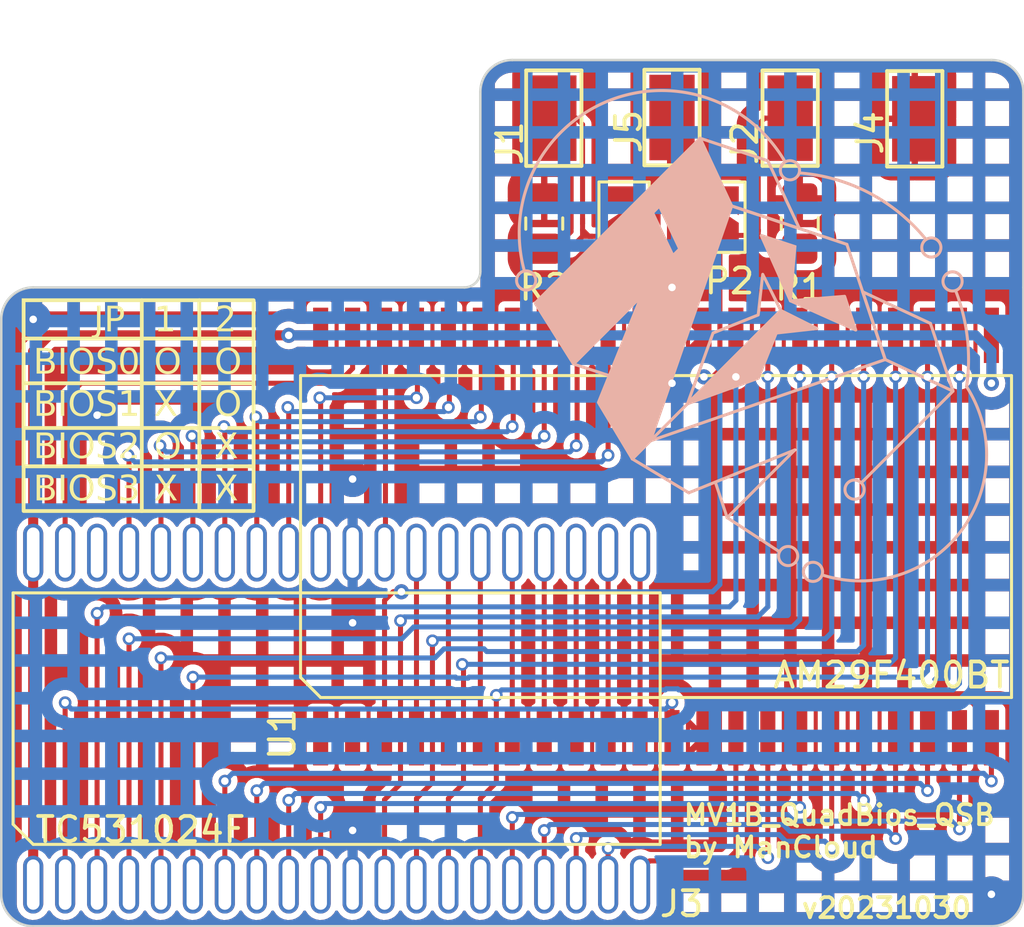
<source format=kicad_pcb>
(kicad_pcb (version 20221018) (generator pcbnew)
  (layers (0 "F.Cu" signal) (31 "B.Cu" signal) (34 "B.Paste" user) (35 "F.Paste" user) (36 "B.SilkS" user "B.Silkscreen") (37 "F.SilkS" user "F.Silkscreen") (38 "B.Mask" user) (39 "F.Mask" user) (44 "Edge.Cuts" user))
  (net 0 "")
  (net 2 "RY{slash}~{BY}")
  (net 3 "A17")
  (net 4 "A7")
  (net 5 "A6")
  (net 6 "A5")
  (net 7 "A4")
  (net 8 "A3")
  (net 9 "A2")
  (net 10 "A1")
  (net 11 "A0")
  (net 12 "~{EN}")
  (net 13 "GND")
  (net 14 "~{OE}")
  (net 15 "Q0")
  (net 16 "Q8")
  (net 17 "Q1")
  (net 18 "Q9")
  (net 19 "Q2")
  (net 20 "Q10")
  (net 21 "Q3")
  (net 22 "Q11")
  (net 23 "VCC")
  (net 24 "Q4")
  (net 25 "Q12")
  (net 26 "Q5")
  (net 27 "Q13")
  (net 28 "Q6")
  (net 29 "Q14")
  (net 30 "Q7")
  (net 31 "Q15")
  (net 32 "A16")
  (net 33 "A15")
  (net 34 "A14")
  (net 35 "A13")
  (net 36 "A12")
  (net 37 "A11")
  (net 38 "A10")
  (net 39 "A9")
  (net 40 "A8")
  (net 41 "~{WE}")
  (footprint "TestPoint:TestPoint_Keystone_5015_Micro-Minature" (layer "F.Cu") (at 114.342 81.7444 90)
    (fp_text reference "J4" (at -0.5588 -1.778 90) (layer "F.SilkS"))
    (fp_text value "Conn_01x01")
    (pad "1" smd rect (at 0 0 90) (size 3.4 1.8) (layers "F.Cu" "F.Paste" "F.Mask") (net 13 "GND"))
  )
  (footprint "Jumper:SolderJumper-2_P1.3mm_Open_TrianglePad1.0x1.5mm" (layer "F.Cu") (at 106.595 85.656 90)
    (fp_text reference "JP2" (at -2.54 0 180) (layer "F.SilkS"))
    (fp_text value "0x|~{1x}")
    (pad "1" smd custom (at -0.725 0 90) (size 0.3 0.3) (layers "F.Cu" "F.Mask") (net 3 "A17") (options (clearance outline) (anchor rect)) (primitives (gr_poly (pts (xy 1 0) (xy 0.5 0.75) (xy -0.5 0.75) (xy -0.5 -0.75) (xy 0.5 -0.75)) (width 0) (fill yes))))
    (pad "2" smd custom (at 0.725 0 90) (size 0.3 0.3) (layers "F.Cu" "F.Mask") (net 23 "VCC") (options (clearance outline) (anchor rect)) (primitives (gr_poly (pts (xy 0.5 0.75) (xy -0.65 0.75) (xy -0.15 0) (xy -0.65 -0.75) (xy 0.5 -0.75)) (width 0) (fill yes))))
  )
  (footprint "TestPoint:TestPoint_Keystone_5015_Micro-Minature" (layer "F.Cu") (at 109.389 81.719 -90)
    (fp_text reference "J2" (at 0.9906 1.8034 90) (layer "F.SilkS"))
    (fp_text value "Conn_01x01")
    (pad "1" smd rect (at 0 0 270) (size 3.4 1.8) (layers "F.Cu" "F.Paste" "F.Mask") (net 3 "A17"))
  )
  (footprint "TestPoint:TestPoint_Keystone_5015_Micro-Minature" (layer "F.Cu") (at 99.991 81.719 -90)
    (fp_text reference "J1" (at 0.9906 1.7526 90) (layer "F.SilkS"))
    (fp_text value "Conn_01x01")
    (pad "1" smd rect (at 0 0 270) (size 3.4 1.8) (layers "F.Cu" "F.Paste" "F.Mask") (net 32 "A16"))
  )
  (footprint "TestPoint:TestPoint_Keystone_5015_Micro-Minature" (layer "F.Cu") (at 104.69 81.6936 90)
    (fp_text reference "J5" (at -0.5588 -1.7272 90) (layer "F.SilkS"))
    (fp_text value "Conn_01x01")
    (pad "1" smd rect (at 0 0 90) (size 3.4 1.8) (layers "F.Cu" "F.Paste" "F.Mask") (net 23 "VCC"))
  )
  (footprint "Jumper:SolderJumper-2_P1.3mm_Open_TrianglePad1.0x1.5mm" (layer "F.Cu") (at 102.785 85.656 90)
    (fp_text reference "JP1" (at -2.54 0 180) (layer "F.SilkS"))
    (fp_text value "x0|~{x1}")
    (pad "1" smd custom (at -0.725 0 90) (size 0.3 0.3) (layers "F.Cu" "F.Mask") (net 32 "A16") (options (clearance outline) (anchor rect)) (primitives (gr_poly (pts (xy 1 0) (xy 0.5 0.75) (xy -0.5 0.75) (xy -0.5 -0.75) (xy 0.5 -0.75)) (width 0) (fill yes))))
    (pad "2" smd custom (at 0.725 0 90) (size 0.3 0.3) (layers "F.Cu" "F.Mask") (net 23 "VCC") (options (clearance outline) (anchor rect)) (primitives (gr_poly (pts (xy 0.5 0.75) (xy -0.65 0.75) (xy -0.15 0) (xy -0.65 -0.75) (xy 0.5 -0.75)) (width 0) (fill yes))))
  )
  (footprint "Eigene:TSOP-40_26.0x10.0mm_P1.27mm_JIG" (layer "F.Cu") (at 91.355 105.595)
    (fp_text reference "J3" (at 13.716 7.366 180) (layer "F.SilkS"))
    (fp_text value "TC531024F")
    (pad "1" thru_hole oval (at -12.065 6.6) (size 0.8 2.3) (drill oval 0.5 2) (layers "*.Cu" "*.Mask") (net 23 "VCC"))
    (pad "2" thru_hole oval (at -10.795 6.6) (size 0.8 2.3) (drill oval 0.5 2) (layers "*.Cu" "*.Mask") (net 12 "~{EN}"))
    (pad "3" thru_hole oval (at -9.525 6.6) (size 0.8 2.3) (drill oval 0.5 2) (layers "*.Cu" "*.Mask") (net 31 "Q15"))
    (pad "4" thru_hole oval (at -8.255 6.6) (size 0.8 2.3) (drill oval 0.5 2) (layers "*.Cu" "*.Mask") (net 29 "Q14"))
    (pad "5" thru_hole oval (at -6.985 6.6) (size 0.8 2.3) (drill oval 0.5 2) (layers "*.Cu" "*.Mask") (net 27 "Q13"))
    (pad "6" thru_hole oval (at -5.715 6.6) (size 0.8 2.3) (drill oval 0.5 2) (layers "*.Cu" "*.Mask") (net 25 "Q12"))
    (pad "7" thru_hole oval (at -4.445 6.6) (size 0.8 2.3) (drill oval 0.5 2) (layers "*.Cu" "*.Mask") (net 22 "Q11"))
    (pad "8" thru_hole oval (at -3.175 6.6) (size 0.8 2.3) (drill oval 0.5 2) (layers "*.Cu" "*.Mask") (net 20 "Q10"))
    (pad "9" thru_hole oval (at -1.905 6.6) (size 0.8 2.3) (drill oval 0.5 2) (layers "*.Cu" "*.Mask") (net 18 "Q9"))
    (pad "10" thru_hole oval (at -0.635 6.6) (size 0.8 2.3) (drill oval 0.5 2) (layers "*.Cu" "*.Mask") (net 16 "Q8"))
    (pad "11" thru_hole oval (at 0.635 6.6) (size 0.8 2.3) (drill oval 0.5 2) (layers "*.Cu" "*.Mask") (net 13 "GND"))
    (pad "12" thru_hole oval (at 1.905 6.6) (size 0.8 2.3) (drill oval 0.5 2) (layers "*.Cu" "*.Mask") (net 30 "Q7"))
    (pad "13" thru_hole oval (at 3.175 6.6) (size 0.8 2.3) (drill oval 0.5 2) (layers "*.Cu" "*.Mask") (net 28 "Q6"))
    (pad "14" thru_hole oval (at 4.445 6.6) (size 0.8 2.3) (drill oval 0.5 2) (layers "*.Cu" "*.Mask") (net 26 "Q5"))
    (pad "15" thru_hole oval (at 5.715 6.6) (size 0.8 2.3) (drill oval 0.5 2) (layers "*.Cu" "*.Mask") (net 24 "Q4"))
    (pad "16" thru_hole oval (at 6.985 6.6) (size 0.8 2.3) (drill oval 0.5 2) (layers "*.Cu" "*.Mask") (net 21 "Q3"))
    (pad "17" thru_hole oval (at 8.255 6.6) (size 0.8 2.3) (drill oval 0.5 2) (layers "*.Cu" "*.Mask") (net 19 "Q2"))
    (pad "18" thru_hole oval (at 9.525 6.6) (size 0.8 2.3) (drill oval 0.5 2) (layers "*.Cu" "*.Mask") (net 17 "Q1"))
    (pad "19" thru_hole oval (at 10.795 6.6) (size 0.8 2.3) (drill oval 0.5 2) (layers "*.Cu" "*.Mask") (net 15 "Q0"))
    (pad "20" thru_hole oval (at 12.065 6.6) (size 0.8 2.3) (drill oval 0.5 2) (layers "*.Cu" "*.Mask") (net 14 "~{OE}"))
    (pad "21" thru_hole oval (at 12.065 -6.6) (size 0.8 2.3) (drill oval 0.5 2) (layers "*.Cu" "*.Mask") (net 11 "A0"))
    (pad "22" thru_hole oval (at 10.795 -6.6) (size 0.8 2.3) (drill oval 0.5 2) (layers "*.Cu" "*.Mask") (net 10 "A1"))
    (pad "23" thru_hole oval (at 9.525 -6.6) (size 0.8 2.3) (drill oval 0.5 2) (layers "*.Cu" "*.Mask") (net 9 "A2"))
    (pad "24" thru_hole oval (at 8.255 -6.6) (size 0.8 2.3) (drill oval 0.5 2) (layers "*.Cu" "*.Mask") (net 8 "A3"))
    (pad "25" thru_hole oval (at 6.985 -6.6) (size 0.8 2.3) (drill oval 0.5 2) (layers "*.Cu" "*.Mask") (net 7 "A4"))
    (pad "26" thru_hole oval (at 5.715 -6.6) (size 0.8 2.3) (drill oval 0.5 2) (layers "*.Cu" "*.Mask") (net 6 "A5"))
    (pad "27" thru_hole oval (at 4.445 -6.6) (size 0.8 2.3) (drill oval 0.5 2) (layers "*.Cu" "*.Mask") (net 5 "A6"))
    (pad "28" thru_hole oval (at 3.175 -6.6) (size 0.8 2.3) (drill oval 0.5 2) (layers "*.Cu" "*.Mask") (net 4 "A7"))
    (pad "29" thru_hole oval (at 1.905 -6.6) (size 0.8 2.3) (drill oval 0.5 2) (layers "*.Cu" "*.Mask") (net 40 "A8"))
    (pad "30" thru_hole oval (at 0.635 -6.6) (size 0.8 2.3) (drill oval 0.5 2) (layers "*.Cu" "*.Mask") (net 13 "GND"))
    (pad "31" thru_hole oval (at -0.635 -6.6) (size 0.8 2.3) (drill oval 0.5 2) (layers "*.Cu" "*.Mask") (net 39 "A9"))
    (pad "32" thru_hole oval (at -1.905 -6.6) (size 0.8 2.3) (drill oval 0.5 2) (layers "*.Cu" "*.Mask") (net 38 "A10"))
    (pad "33" thru_hole oval (at -3.175 -6.6) (size 0.8 2.3) (drill oval 0.5 2) (layers "*.Cu" "*.Mask") (net 37 "A11"))
    (pad "34" thru_hole oval (at -4.445 -6.6) (size 0.8 2.3) (drill oval 0.5 2) (layers "*.Cu" "*.Mask") (net 36 "A12"))
    (pad "35" thru_hole oval (at -5.715 -6.6) (size 0.8 2.3) (drill oval 0.5 2) (layers "*.Cu" "*.Mask") (net 35 "A13"))
    (pad "36" thru_hole oval (at -6.985 -6.6) (size 0.8 2.3) (drill oval 0.5 2) (layers "*.Cu" "*.Mask") (net 34 "A14"))
    (pad "37" thru_hole oval (at -8.255 -6.6) (size 0.8 2.3) (drill oval 0.5 2) (layers "*.Cu" "*.Mask") (net 33 "A15"))
    (pad "38" thru_hole oval (at -9.525 -6.6) (size 0.8 2.3) (drill oval 0.5 2) (layers "*.Cu" "*.Mask"))
    (pad "39" thru_hole oval (at -10.795 -6.6) (size 0.8 2.3) (drill oval 0.5 2) (layers "*.Cu" "*.Mask") (net 41 "~{WE}"))
    (pad "40" thru_hole oval (at -12.065 -6.6) (size 0.8 2.3) (drill oval 0.5 2) (layers "*.Cu" "*.Mask") (net 23 "VCC"))
  )
  (footprint "Resistor_SMD:R_0805_2012Metric_Pad1.20x1.40mm_HandSolder" (layer "F.Cu") (at 99.61 85.91 90)
    (fp_text reference "R2" (at -2.54 0 180) (layer "F.SilkS"))
    (fp_text value "10k")
    (pad "1" smd roundrect (at -1 0 90) (size 1.2 1.4) (layers "F.Cu" "F.Paste" "F.Mask") (roundrect_rratio 0.2083333333) (net 32 "A16"))
    (pad "2" smd roundrect (at 1 0 90) (size 1.2 1.4) (layers "F.Cu" "F.Paste" "F.Mask") (roundrect_rratio 0.2083333333) (net 13 "GND"))
  )
  (footprint "Resistor_SMD:R_0805_2012Metric_Pad1.20x1.40mm_HandSolder" (layer "F.Cu") (at 109.77 85.91 90)
    (fp_text reference "R1" (at -2.54 0 180) (layer "F.SilkS"))
    (fp_text value "10k")
    (pad "1" smd roundrect (at -1 0 90) (size 1.2 1.4) (layers "F.Cu" "F.Paste" "F.Mask") (roundrect_rratio 0.2083333333) (net 3 "A17"))
    (pad "2" smd roundrect (at 1 0 90) (size 1.2 1.4) (layers "F.Cu" "F.Paste" "F.Mask") (roundrect_rratio 0.2083333333) (net 13 "GND"))
  )
  (footprint "Eigene:SO-44_P1.27" (layer "F.Cu") (at 104.018 98.276)
    (fp_text reference "U1" (at -14.822 7.954 90 unlocked) (layer "F.SilkS"))
    (fp_text value "AM29F400BT")
    (pad "1" smd rect (at -13.298 8.079) (size 0.6 2.2) (layers "F.Cu" "F.Paste" "F.Mask"))
    (pad "2" smd rect (at -12.028 8.079) (size 0.6 2.2) (layers "F.Cu" "F.Paste" "F.Mask") (net 2 "RY{slash}~{BY}"))
    (pad "3" smd rect (at -10.758 8.079) (size 0.6 2.2) (layers "F.Cu" "F.Paste" "F.Mask") (net 3 "A17"))
    (pad "4" smd rect (at -9.488 8.079) (size 0.6 2.2) (layers "F.Cu" "F.Paste" "F.Mask") (net 4 "A7"))
    (pad "5" smd rect (at -8.218 8.079) (size 0.6 2.2) (layers "F.Cu" "F.Paste" "F.Mask") (net 5 "A6"))
    (pad "6" smd rect (at -6.948 8.079) (size 0.6 2.2) (layers "F.Cu" "F.Paste" "F.Mask") (net 6 "A5"))
    (pad "7" smd rect (at -5.678 8.079) (size 0.6 2.2) (layers "F.Cu" "F.Paste" "F.Mask") (net 7 "A4"))
    (pad "8" smd rect (at -4.408 8.079) (size 0.6 2.2) (layers "F.Cu" "F.Paste" "F.Mask") (net 8 "A3"))
    (pad "9" smd rect (at -3.138 8.079) (size 0.6 2.2) (layers "F.Cu" "F.Paste" "F.Mask") (net 9 "A2"))
    (pad "10" smd rect (at -1.868 8.079) (size 0.6 2.2) (layers "F.Cu" "F.Paste" "F.Mask") (net 10 "A1"))
    (pad "11" smd rect (at -0.598 8.079) (size 0.6 2.2) (layers "F.Cu" "F.Paste" "F.Mask") (net 11 "A0"))
    (pad "12" smd rect (at 0.672 8.079) (size 0.6 2.2) (layers "F.Cu" "F.Paste" "F.Mask") (net 12 "~{EN}"))
    (pad "13" smd rect (at 1.942 8.079) (size 0.6 2.2) (layers "F.Cu" "F.Paste" "F.Mask") (net 13 "GND"))
    (pad "14" smd rect (at 3.212 8.079) (size 0.6 2.2) (layers "F.Cu" "F.Paste" "F.Mask") (net 14 "~{OE}"))
    (pad "15" smd rect (at 4.482 8.079) (size 0.6 2.2) (layers "F.Cu" "F.Paste" "F.Mask") (net 15 "Q0"))
    (pad "16" smd rect (at 5.752 8.079) (size 0.6 2.2) (layers "F.Cu" "F.Paste" "F.Mask") (net 16 "Q8"))
    (pad "17" smd rect (at 7.022 8.079) (size 0.6 2.2) (layers "F.Cu" "F.Paste" "F.Mask") (net 17 "Q1"))
    (pad "18" smd rect (at 8.292 8.079) (size 0.6 2.2) (layers "F.Cu" "F.Paste" "F.Mask") (net 18 "Q9"))
    (pad "19" smd rect (at 9.562 8.079) (size 0.6 2.2) (layers "F.Cu" "F.Paste" "F.Mask") (net 19 "Q2"))
    (pad "20" smd rect (at 10.832 8.079) (size 0.6 2.2) (layers "F.Cu" "F.Paste" "F.Mask") (net 20 "Q10"))
    (pad "21" smd rect (at 12.102 8.079) (size 0.6 2.2) (layers "F.Cu" "F.Paste" "F.Mask") (net 21 "Q3"))
    (pad "22" smd rect (at 13.372 8.079) (size 0.6 2.2) (layers "F.Cu" "F.Paste" "F.Mask") (net 22 "Q11"))
    (pad "23" smd rect (at 13.372 -7.921) (size 0.6 2.2) (layers "F.Cu" "F.Paste" "F.Mask") (net 23 "VCC"))
    (pad "24" smd rect (at 12.102 -7.921) (size 0.6 2.2) (layers "F.Cu" "F.Paste" "F.Mask") (net 24 "Q4"))
    (pad "25" smd rect (at 10.832 -7.921) (size 0.6 2.2) (layers "F.Cu" "F.Paste" "F.Mask") (net 25 "Q12"))
    (pad "26" smd rect (at 9.562 -7.921) (size 0.6 2.2) (layers "F.Cu" "F.Paste" "F.Mask") (net 26 "Q5"))
    (pad "27" smd rect (at 8.292 -7.921) (size 0.6 2.2) (layers "F.Cu" "F.Paste" "F.Mask") (net 27 "Q13"))
    (pad "28" smd rect (at 7.022 -7.921) (size 0.6 2.2) (layers "F.Cu" "F.Paste" "F.Mask") (net 28 "Q6"))
    (pad "29" smd rect (at 5.752 -7.921) (size 0.6 2.2) (layers "F.Cu" "F.Paste" "F.Mask") (net 29 "Q14"))
    (pad "30" smd rect (at 4.482 -7.921) (size 0.6 2.2) (layers "F.Cu" "F.Paste" "F.Mask") (net 30 "Q7"))
    (pad "31" smd rect (at 3.212 -7.921) (size 0.6 2.2) (layers "F.Cu" "F.Paste" "F.Mask") (net 31 "Q15"))
    (pad "32" smd rect (at 1.942 -7.921) (size 0.6 2.2) (layers "F.Cu" "F.Paste" "F.Mask") (net 13 "GND"))
    (pad "33" smd rect (at 0.672 -7.921) (size 0.6 2.2) (layers "F.Cu" "F.Paste" "F.Mask") (net 23 "VCC"))
    (pad "34" smd rect (at -0.598 -7.921) (size 0.6 2.2) (layers "F.Cu" "F.Paste" "F.Mask") (net 32 "A16"))
    (pad "35" smd rect (at -1.868 -7.921) (size 0.6 2.2) (layers "F.Cu" "F.Paste" "F.Mask") (net 33 "A15"))
    (pad "36" smd rect (at -3.138 -7.921) (size 0.6 2.2) (layers "F.Cu" "F.Paste" "F.Mask") (net 34 "A14"))
    (pad "37" smd rect (at -4.408 -7.921) (size 0.6 2.2) (layers "F.Cu" "F.Paste" "F.Mask") (net 35 "A13"))
    (pad "38" smd rect (at -5.678 -7.921) (size 0.6 2.2) (layers "F.Cu" "F.Paste" "F.Mask") (net 36 "A12"))
    (pad "39" smd rect (at -6.948 -7.921) (size 0.6 2.2) (layers "F.Cu" "F.Paste" "F.Mask") (net 37 "A11"))
    (pad "40" smd rect (at -8.218 -7.921) (size 0.6 2.2) (layers "F.Cu" "F.Paste" "F.Mask") (net 38 "A10"))
    (pad "41" smd rect (at -9.488 -7.921) (size 0.6 2.2) (layers "F.Cu" "F.Paste" "F.Mask") (net 39 "A9"))
    (pad "42" smd rect (at -10.758 -7.921) (size 0.6 2.2) (layers "F.Cu" "F.Paste" "F.Mask") (net 40 "A8"))
    (pad "43" smd rect (at -12.028 -7.921) (size 0.6 2.2) (layers "F.Cu" "F.Paste" "F.Mask") (net 41 "~{WE}"))
    (pad "44" smd rect (at -13.298 -7.921) (size 0.6 2.2) (layers "F.Cu" "F.Paste" "F.Mask") (net 23 "VCC"))
  )
  (footprint "Eigene:ManCloud_v2b_22mm" (layer "B.Cu") (at 108.5 89.880265 135)
    (fp_text reference "U2" hide)
    (fp_text value "by ManCloud" hide)
  )
  (gr_line (start 85.894 88.958) (end 85.894 97.34) (stroke (width 0.15)) (layer "F.SilkS"))
  (gr_line (start 78.909 90.482) (end 88.053 90.482) (stroke (width 0.15)) (layer "F.SilkS"))
  (gr_rect (start 78.909 88.958) (end 88.053 97.34) (stroke (width 0.15)) (fill none) (layer "F.SilkS"))
  (gr_line (start 78.909 92.26) (end 88.053 92.26) (stroke (width 0.15)) (layer "F.SilkS"))
  (gr_line (start 78.909 95.562) (end 88.053 95.562) (stroke (width 0.15)) (layer "F.SilkS"))
  (gr_line (start 78.909 94.038) (end 88.053 94.038) (stroke (width 0.15)) (layer "F.SilkS"))
  (gr_line (start 83.608 88.958) (end 83.608 97.34) (stroke (width 0.15)) (layer "F.SilkS"))
  (gr_line (start 96.435 88.45) (end 79.29 88.45) (stroke (width 0.1)) (layer "Edge.Cuts"))
  (gr_line (start 79.29 113.85) (end 117.39 113.85) (stroke (width 0.1)) (layer "Edge.Cuts"))
  (gr_arc (start 97.07 80.6776) (mid 97.441974 79.779574) (end 98.34 79.4076) (stroke (width 0.1)) (layer "Edge.Cuts"))
  (gr_line (start 97.07 80.6776) (end 97.07 87.815) (stroke (width 0.1)) (layer "Edge.Cuts"))
  (gr_arc (start 79.29 113.85) (mid 78.391974 113.478026) (end 78.02 112.58) (stroke (width 0.1)) (layer "Edge.Cuts"))
  (gr_arc (start 118.66 112.58) (mid 118.288026 113.478026) (end 117.39 113.85) (stroke (width 0.1)) (layer "Edge.Cuts"))
  (gr_line (start 118.66 88.45) (end 118.66 88.45) (stroke (width 0.1)) (layer "Edge.Cuts"))
  (gr_arc (start 117.39 79.4076) (mid 118.288026 79.779574) (end 118.66 80.6776) (stroke (width 0.1)) (layer "Edge.Cuts"))
  (gr_line (start 78.02 112.58) (end 78.02 89.72) (stroke (width 0.1)) (layer "Edge.Cuts"))
  (gr_arc (start 97.07 87.815) (mid 96.884013 88.264013) (end 96.435 88.45) (stroke (width 0.1)) (layer "Edge.Cuts"))
  (gr_line (start 118.66 80.6776) (end 118.66 112.58) (stroke (width 0.1)) (layer "Edge.Cuts"))
  (gr_line (start 117.39 79.4076) (end 98.34 79.4076) (stroke (width 0.1)) (layer "Edge.Cuts"))
  (gr_arc (start 78.02 89.72) (mid 78.391974 88.821974) (end 79.29 88.45) (stroke (width 0.1)) (layer "Edge.Cuts"))
  (gr_text "AM29F400BT" (at 108.627 104.452) (layer "F.SilkS") (effects (font (size 1 1)) (justify left bottom)))
  (gr_text "v20231030" (at 109.77 113.596) (layer "F.SilkS") (effects (font (size 0.8 0.8)) (justify left bottom)))
  (gr_text "	JP	1	2\nBIOS0 	O	O\nBIOS1	X	O\nBIOS2	O	X\nBIOS3	X	X" (at 79.29 97.086) (layer "F.SilkS") (effects (font (size 1 1)) (justify left bottom)))
  (gr_text "MV1B_QuadBios_QSB\nby ManCloud" (at 105.071 111.183) (layer "F.SilkS") (effects (font (size 0.8 0.8)) (justify left bottom)))
  (gr_text "TC531024F" (at 79.29 110.595) (layer "F.SilkS") (effects (font (size 1 1)) (justify left bottom)))
  (segment (start 106.309 92.006) (end 106.595 91.72) (width 0.2) (layer "F.Cu") (net 3))
  (segment (start 107.955 86.381) (end 108.119 86.217) (width 0.2) (layer "F.Cu") (net 3))
  (segment (start 108.484 86.91) (end 108.119 86.545) (width 0.2) (layer "F.Cu") (net 3))
  (segment (start 110.135 86.91) (end 109.77 86.91) (width 0.2) (layer "F.Cu") (net 3))
  (segment (start 93.26 100.896) (end 93.26 106.355) (width 0.2) (layer "F.Cu") (net 3))
  (segment (start 108.119 86.164) (end 108.119 86.545) (width 0.2) (layer "F.Cu") (net 3))
  (segment (start 105.96 92.006) (end 106.309 92.006) (width 0.2) (layer "F.Cu") (net 3))
  (segment (start 108.119 86.545) (end 107.955 86.381) (width 0.2) (layer "F.Cu") (net 3))
  (segment (start 108.119 81.973) (end 108.373 81.719) (width 0.2) (layer "F.Cu") (net 3))
  (segment (start 109.77 86.91) (end 108.484 86.91) (width 0.2) (layer "F.Cu") (net 3))
  (segment (start 107.955 86.381) (end 106.595 86.381) (width 0.2) (layer "F.Cu") (net 3))
  (segment (start 93.9305 100.5505) (end 93.6055 100.5505) (width 0.2) (layer "F.Cu") (net 3))
  (segment (start 93.6055 100.5505) (end 93.26 100.896) (width 0.2) (layer "F.Cu") (net 3))
  (segment (start 108.373 81.719) (end 109.389 81.719) (width 0.2) (layer "F.Cu") (net 3))
  (segment (start 108.119 86.217) (end 108.119 86.164) (width 0.2) (layer "F.Cu") (net 3))
  (segment (start 108.119 86.164) (end 108.119 81.973) (width 0.2) (layer "F.Cu") (net 3))
  (segment (start 106.595 91.72) (end 106.595 86.381) (width 0.2) (layer "F.Cu") (net 3))
  (via (at 105.96 92.006) (size 0.6) (drill 0.3) (layers "F.Cu" "B.Cu") (net 3))
  (via (at 93.9305 100.5505) (size 0.6) (drill 0.3) (layers "F.Cu" "B.Cu") (net 3))
  (segment (start 106.595 92.387) (end 106.595 100.261) (width 0.2) (layer "B.Cu") (net 3))
  (segment (start 105.96 92.006) (end 106.214 92.006) (width 0.2) (layer "B.Cu") (net 3))
  (segment (start 106.595 100.261) (end 106.3055 100.5505) (width 0.2) (layer "B.Cu") (net 3))
  (segment (start 106.3055 100.5505) (end 93.9305 100.5505) (width 0.2) (layer "B.Cu") (net 3))
  (segment (start 106.214 92.006) (end 106.595 92.387) (width 0.2) (layer "B.Cu") (net 3))
  (segment (start 94.53 99.6) (end 94.53 106.355) (width 0.2) (layer "F.Cu") (net 4))
  (segment (start 95.8 99.6) (end 95.8 106.355) (width 0.2) (layer "F.Cu") (net 5))
  (segment (start 97.07 99.6) (end 97.07 106.355) (width 0.2) (layer "F.Cu") (net 6))
  (segment (start 98.34 99.6) (end 98.34 106.355) (width 0.2) (layer "F.Cu") (net 7))
  (segment (start 99.61 99.6) (end 99.61 106.355) (width 0.2) (layer "F.Cu") (net 8))
  (segment (start 100.88 99.6) (end 100.88 106.355) (width 0.2) (layer "F.Cu") (net 9))
  (segment (start 102.15 99.6) (end 102.15 106.355) (width 0.2) (layer "F.Cu") (net 10))
  (segment (start 103.42 99.6) (end 103.42 106.355) (width 0.2) (layer "F.Cu") (net 11))
  (segment (start 104.69 106.355) (end 104.69 104.96) (width 0.2) (layer "F.Cu") (net 12))
  (segment (start 80.56 104.96) (end 80.56 112.575) (width 0.2) (layer "F.Cu") (net 12))
  (via (at 80.56 104.96) (size 0.5) (drill 0.3) (layers "F.Cu" "B.Cu") (net 12))
  (via (at 104.69 104.96) (size 0.5) (drill 0.3) (layers "F.Cu" "B.Cu") (net 12))
  (segment (start 80.814 105.214) (end 80.56 104.96) (width 0.2) (layer "B.Cu") (net 12))
  (segment (start 104.69 104.96) (end 104.436 105.214) (width 0.2) (layer "B.Cu") (net 12))
  (segment (start 104.436 105.214) (end 80.814 105.214) (width 0.2) (layer "B.Cu") (net 12))
  (segment (start 91.99 98.995) (end 91.99 100.515) (width 0.4) (layer "F.Cu") (net 13))
  (segment (start 91.99 98.995) (end 91.99 97.34) (width 0.4) (layer "F.Cu") (net 13))
  (segment (start 91.99 112.195) (end 91.99 110.675) (width 0.4) (layer "F.Cu") (net 13))
  (via (at 91.99 96.07) (size 0.6) (drill 0.3) (layers "F.Cu" "B.Cu") (net 13))
  (via (at 91.99 110.04) (size 0.6) (drill 0.3) (layers "F.Cu" "B.Cu") (net 13))
  (via (at 81.83 93.53) (size 0.6) (drill 0.3) (layers "F.Cu" "B.Cu") (net 13))
  (via (at 117.39 112.58) (size 0.6) (drill 0.3) (layers "F.Cu" "B.Cu") (net 13))
  (via (at 91.99 101.785) (size 0.6) (drill 0.3) (layers "F.Cu" "B.Cu") (net 13))
  (via (at 104.69 92.26) (size 0.6) (drill 0.3) (layers "F.Cu" "B.Cu") (net 13))
  (via (at 79.29 89.72) (size 0.6) (drill 0.3) (layers "F.Cu" "B.Cu") (net 13))
  (segment (start 91.99 98.995) (end 91.99 100.515) (width 0.4) (layer "B.Cu") (net 13))
  (segment (start 91.99 98.995) (end 91.99 97.34) (width 0.4) (layer "B.Cu") (net 13))
  (segment (start 91.99 112.195) (end 91.99 110.675) (width 0.4) (layer "B.Cu") (net 13))
  (segment (start 107.23 106.355) (end 107.23 110.871) (width 0.2) (layer "F.Cu") (net 14))
  (segment (start 103.42 111.633) (end 103.42 112.575) (width 0.2) (layer "F.Cu") (net 14))
  (segment (start 106.849 111.252) (end 103.801 111.252) (width 0.2) (layer "F.Cu") (net 14))
  (segment (start 103.801 111.252) (end 103.42 111.633) (width 0.2) (layer "F.Cu") (net 14))
  (segment (start 107.23 110.871) (end 106.849 111.252) (width 0.2) (layer "F.Cu") (net 14))
  (segment (start 108.5 111.125) (end 108.5 106.355) (width 0.2) (layer "F.Cu") (net 15))
  (segment (start 102.15 112.575) (end 102.15 110.7545) (width 0.2) (layer "F.Cu") (net 15))
  (via (at 102.15 110.7545) (size 0.5) (drill 0.3) (layers "F.Cu" "B.Cu") (net 15))
  (via (at 108.5 111.125) (size 0.5) (drill 0.3) (layers "F.Cu" "B.Cu") (net 15))
  (segment (start 108.05 110.675) (end 108.5 111.125) (width 0.2) (layer "B.Cu") (net 15))
  (segment (start 102.2295 110.675) (end 108.05 110.675) (width 0.2) (layer "B.Cu") (net 15))
  (segment (start 102.15 110.7545) (end 102.2295 110.675) (width 0.2) (layer "B.Cu") (net 15))
  (segment (start 109.77 109.1215) (end 109.77 106.355) (width 0.2) (layer "F.Cu") (net 16))
  (segment (start 90.72 112.575) (end 90.72 109.121) (width 0.2) (layer "F.Cu") (net 16))
  (via (at 109.77 109.1215) (size 0.5) (drill 0.3) (layers "F.Cu" "B.Cu") (net 16))
  (via (at 90.72 109.121) (size 0.5) (drill 0.3) (layers "F.Cu" "B.Cu") (net 16))
  (segment (start 90.72 109.121) (end 90.8695 108.9715) (width 0.2) (layer "B.Cu") (net 16))
  (segment (start 109.62 108.9715) (end 109.77 109.1215) (width 0.2) (layer "B.Cu") (net 16))
  (segment (start 90.8695 108.9715) (end 109.62 108.9715) (width 0.2) (layer "B.Cu") (net 16))
  (segment (start 100.88 112.575) (end 100.88 110.3545) (width 0.2) (layer "F.Cu") (net 17))
  (segment (start 111.04 110.744) (end 111.04 106.355) (width 0.2) (layer "F.Cu") (net 17))
  (via (at 111.04 110.744) (size 0.5) (drill 0.3) (layers "F.Cu" "B.Cu") (net 17))
  (via (at 100.88 110.3545) (size 0.5) (drill 0.3) (layers "F.Cu" "B.Cu") (net 17))
  (segment (start 100.88 110.3545) (end 101.0295 110.205) (width 0.2) (layer "B.Cu") (net 17))
  (segment (start 101.0295 110.205) (end 108.944311 110.205) (width 0.2) (layer "B.Cu") (net 17))
  (segment (start 110.7675 110.4715) (end 111.04 110.744) (width 0.2) (layer "B.Cu") (net 17))
  (segment (start 109.210812 110.4715) (end 110.7675 110.4715) (width 0.2) (layer "B.Cu") (net 17))
  (segment (start 108.944311 110.205) (end 109.210812 110.4715) (width 0.2) (layer "B.Cu") (net 17))
  (segment (start 112.31 108.839) (end 112.31 106.355) (width 0.2) (layer "F.Cu") (net 18))
  (segment (start 89.45 112.575) (end 89.45 108.839) (width 0.2) (layer "F.Cu") (net 18))
  (via (at 89.45 108.839) (size 0.5) (drill 0.3) (layers "F.Cu" "B.Cu") (net 18))
  (via (at 112.31 108.839) (size 0.5) (drill 0.3) (layers "F.Cu" "B.Cu") (net 18))
  (segment (start 112.0425 108.5715) (end 112.31 108.839) (width 0.2) (layer "B.Cu") (net 18))
  (segment (start 89.7175 108.5715) (end 112.0425 108.5715) (width 0.2) (layer "B.Cu") (net 18))
  (segment (start 89.45 108.839) (end 89.7175 108.5715) (width 0.2) (layer "B.Cu") (net 18))
  (segment (start 113.58 110.363) (end 113.58 106.355) (width 0.2) (layer "F.Cu") (net 19))
  (segment (start 99.61 112.575) (end 99.61 110.04) (width 0.2) (layer "F.Cu") (net 19))
  (via (at 99.61 110.04) (size 0.5) (drill 0.3) (layers "F.Cu" "B.Cu") (net 19))
  (via (at 113.58 110.363) (size 0.5) (drill 0.3) (layers "F.Cu" "B.Cu") (net 19))
  (segment (start 99.61 110.04) (end 99.845 109.805) (width 0.2) (layer "B.Cu") (net 19))
  (segment (start 109.109996 109.805) (end 109.376497 110.0715) (width 0.2) (layer "B.Cu") (net 19))
  (segment (start 99.845 109.805) (end 109.109996 109.805) (width 0.2) (layer "B.Cu") (net 19))
  (segment (start 113.2885 110.0715) (end 113.58 110.363) (width 0.2) (layer "B.Cu") (net 19))
  (segment (start 109.376497 110.0715) (end 113.2885 110.0715) (width 0.2) (layer "B.Cu") (net 19))
  (segment (start 88.18 112.575) (end 88.18 108.458) (width 0.2) (layer "F.Cu") (net 20))
  (segment (start 114.85 108.458) (end 114.85 106.355) (width 0.2) (layer "F.Cu") (net 20))
  (via (at 114.85 108.458) (size 0.5) (drill 0.3) (layers "F.Cu" "B.Cu") (net 20))
  (via (at 88.18 108.458) (size 0.5) (drill 0.3) (layers "F.Cu" "B.Cu") (net 20))
  (segment (start 88.18 108.458) (end 88.4665 108.1715) (width 0.2) (layer "B.Cu") (net 20))
  (segment (start 88.4665 108.1715) (end 114.5635 108.1715) (width 0.2) (layer "B.Cu") (net 20))
  (segment (start 114.5635 108.1715) (end 114.85 108.458) (width 0.2) (layer "B.Cu") (net 20))
  (segment (start 98.34 112.575) (end 98.34 109.521) (width 0.2) (layer "F.Cu") (net 21))
  (segment (start 116.12 109.982) (end 116.12 106.355) (width 0.2) (layer "F.Cu") (net 21))
  (via (at 98.34 109.521) (size 0.5) (drill 0.3) (layers "F.Cu" "B.Cu") (net 21))
  (via (at 116.12 109.982) (size 0.5) (drill 0.3) (layers "F.Cu" "B.Cu") (net 21))
  (segment (start 98.456 109.405) (end 109.275682 109.405) (width 0.2) (layer "B.Cu") (net 21))
  (segment (start 109.275682 109.405) (end 109.542182 109.6715) (width 0.2) (layer "B.Cu") (net 21))
  (segment (start 98.34 109.521) (end 98.456 109.405) (width 0.2) (layer "B.Cu") (net 21))
  (segment (start 109.542182 109.6715) (end 115.8095 109.6715) (width 0.2) (layer "B.Cu") (net 21))
  (segment (start 115.8095 109.6715) (end 116.12 109.982) (width 0.2) (layer "B.Cu") (net 21))
  (segment (start 117.39 106.355) (end 117.39 108.077) (width 0.2) (layer "F.Cu") (net 22))
  (segment (start 86.91 108.077) (end 86.91 112.575) (width 0.2) (layer "F.Cu") (net 22))
  (via (at 86.91 108.077) (size 0.5) (drill 0.3) (layers "F.Cu" "B.Cu") (net 22))
  (via (at 117.39 108.077) (size 0.5) (drill 0.3) (layers "F.Cu" "B.Cu") (net 22))
  (segment (start 117.0845 107.7715) (end 87.2155 107.7715) (width 0.2) (layer "B.Cu") (net 22))
  (segment (start 87.2155 107.7715) (end 86.91 108.077) (width 0.2) (layer "B.Cu") (net 22))
  (segment (start 117.39 108.077) (end 117.0845 107.7715) (width 0.2) (layer "B.Cu") (net 22))
  (segment (start 79.925 90.355) (end 89.45 90.355) (width 0.4) (layer "F.Cu") (net 23))
  (segment (start 117.39 90.355) (end 117.39 92.26) (width 0.4) (layer "F.Cu") (net 23))
  (segment (start 79.29 90.99) (end 79.925 90.355) (width 0.4) (layer "F.Cu") (net 23))
  (segment (start 79.29 99.6) (end 79.29 90.99) (width 0.4) (layer "F.Cu") (net 23))
  (segment (start 102.785 84.931) (end 102.822 84.894) (width 0.4) (layer "F.Cu") (net 23))
  (segment (start 90.72 90.355) (end 89.45 90.355) (width 0.4) (layer "F.Cu") (net 23))
  (segment (start 79.29 98.995) (end 79.29 112.195) (width 0.4) (layer "F.Cu") (net 23))
  (segment (start 104.69 84.894) (end 104.69 81.6936) (width 0.4) (layer "F.Cu") (net 23))
  (segment (start 104.69 88.45) (end 104.69 90.355) (width 0.4) (layer "F.Cu") (net 23))
  (segment (start 104.69 84.894) (end 104.69 88.45) (width 0.4) (layer "F.Cu") (net 23))
  (segment (start 106.558 84.894) (end 106.595 84.931) (width 0.4) (layer "F.Cu") (net 23))
  (segment (start 102.822 84.894) (end 104.69 84.894) (width 0.4) (layer "F.Cu") (net 23))
  (segment (start 104.69 84.894) (end 106.558 84.894) (width 0.4) (layer "F.Cu") (net 23))
  (via (at 89.45 90.355) (size 0.6) (drill 0.3) (layers "F.Cu" "B.Cu") (net 23))
  (via (at 117.39 92.26) (size 0.6) (drill 0.3) (layers "F.Cu" "B.Cu") (net 23))
  (via (at 104.69 88.45) (size 0.6) (drill 0.3) (layers "F.Cu" "B.Cu") (net 23))
  (segment (start 117.39 92.26) (end 117.39 90.99) (width 0.4) (layer "B.Cu") (net 23))
  (segment (start 104.69 90.101) (end 104.944 90.355) (width 0.4) (layer "B.Cu") (net 23))
  (segment (start 104.69 88.45) (end 104.69 90.101) (width 0.4) (layer "B.Cu") (net 23))
  (segment (start 104.436 90.355) (end 103.42 90.355) (width 0.4) (layer "B.Cu") (net 23))
  (segment (start 116.755 90.355) (end 104.944 90.355) (width 0.4) (layer "B.Cu") (net 23))
  (segment (start 104.944 90.355) (end 104.436 90.355) (width 0.4) (layer "B.Cu") (net 23))
  (segment (start 117.39 90.99) (end 116.755 90.355) (width 0.4) (layer "B.Cu") (net 23))
  (segment (start 103.42 90.355) (end 102.15 90.355) (width 0.4) (layer "B.Cu") (net 23))
  (segment (start 104.69 90.101) (end 104.436 90.355) (width 0.4) (layer "B.Cu") (net 23))
  (segment (start 102.15 90.355) (end 89.45 90.355) (width 0.4) (layer "B.Cu") (net 23))
  (segment (start 116.12 92.006) (end 116.12 89.662) (width 0.2) (layer "F.Cu") (net 24))
  (segment (start 97.07 108.77) (end 97.07 112.575) (width 0.2) (layer "F.Cu") (net 24))
  (segment (start 97.705 104.6645) (end 97.705 108.135) (width 0.2) (layer "F.Cu") (net 24))
  (segment (start 97.705 108.135) (end 97.07 108.77) (width 0.2) (layer "F.Cu") (net 24))
  (via (at 116.12 92.006) (size 0.5) (drill 0.3) (layers "F.Cu" "B.Cu") (net 24))
  (via (at 97.705 104.6645) (size 0.5) (drill 0.3) (layers "F.Cu" "B.Cu") (net 24))
  (segment (start 97.9175 104.452) (end 97.705 104.6645) (width 0.2) (layer "B.Cu") (net 24))
  (segment (start 116.12 92.006) (end 116.12 104.198) (width 0.2) (layer "B.Cu") (net 24))
  (segment (start 104.420182 104.452) (end 97.9175 104.452) (width 0.2) (layer "B.Cu") (net 24))
  (segment (start 115.866 104.452) (end 104.959818 104.452) (width 0.2) (layer "B.Cu") (net 24))
  (segment (start 104.959818 104.452) (end 104.917818 104.41) (width 0.2) (layer "B.Cu") (net 24))
  (segment (start 104.462182 104.41) (end 104.420182 104.452) (width 0.2) (layer "B.Cu") (net 24))
  (segment (start 116.12 104.198) (end 115.866 104.452) (width 0.2) (layer "B.Cu") (net 24))
  (segment (start 104.917818 104.41) (end 104.462182 104.41) (width 0.2) (layer "B.Cu") (net 24))
  (segment (start 85.64 112.575) (end 85.64 103.944) (width 0.2) (layer "F.Cu") (net 25))
  (segment (start 114.85 89.662) (end 114.85 92.006) (width 0.2) (layer "F.Cu") (net 25))
  (via (at 114.85 92.006) (size 0.5) (drill 0.3) (layers "F.Cu" "B.Cu") (net 25))
  (via (at 85.64 103.944) (size 0.5) (drill 0.3) (layers "F.Cu" "B.Cu") (net 25))
  (segment (start 96.577318 103.986) (end 96.121682 103.986) (width 0.2) (layer "B.Cu") (net 25))
  (segment (start 114.85 103.69) (end 114.596 103.944) (width 0.2) (layer "B.Cu") (net 25))
  (segment (start 96.619318 103.944) (end 96.577318 103.986) (width 0.2) (layer "B.Cu") (net 25))
  (segment (start 96.121682 103.986) (end 96.079682 103.944) (width 0.2) (layer "B.Cu") (net 25))
  (segment (start 114.85 92.006) (end 114.85 103.69) (width 0.2) (layer "B.Cu") (net 25))
  (segment (start 114.596 103.944) (end 96.619318 103.944) (width 0.2) (layer "B.Cu") (net 25))
  (segment (start 96.079682 103.944) (end 85.64 103.944) (width 0.2) (layer "B.Cu") (net 25))
  (segment (start 95.8 108.77) (end 95.8 112.575) (width 0.2) (layer "F.Cu") (net 26))
  (segment (start 96.4 103.4865) (end 96.4 108.17) (width 0.2) (layer "F.Cu") (net 26))
  (segment (start 96.4 108.17) (end 95.8 108.77) (width 0.2) (layer "F.Cu") (net 26))
  (segment (start 113.58 92.006) (end 113.58 89.662) (width 0.2) (layer "F.Cu") (net 26))
  (segment (start 96.3495 103.436) (end 96.4 103.4865) (width 0.2) (layer "F.Cu") (net 26))
  (via (at 113.58 92.006) (size 0.5) (drill 0.3) (layers "F.Cu" "B.Cu") (net 26))
  (via (at 96.3495 103.436) (size 0.5) (drill 0.3) (layers "F.Cu" "B.Cu") (net 26))
  (segment (start 113.58 103.182) (end 113.326 103.436) (width 0.2) (layer "B.Cu") (net 26))
  (segment (start 113.326 103.436) (end 96.3495 103.436) (width 0.2) (layer "B.Cu") (net 26))
  (segment (start 113.58 92.006) (end 113.58 103.182) (width 0.2) (layer "B.Cu") (net 26))
  (segment (start 112.31 89.662) (end 112.31 92.006) (width 0.2) (layer "F.Cu") (net 27))
  (segment (start 84.37 103.182) (end 84.37 112.575) (width 0.2) (layer "F.Cu") (net 27))
  (via (at 112.31 92.006) (size 0.5) (drill 0.3) (layers "F.Cu" "B.Cu") (net 27))
  (via (at 84.37 103.182) (size 0.5) (drill 0.3) (layers "F.Cu" "B.Cu") (net 27))
  (segment (start 112.056 102.928) (end 97.324 102.928) (width 0.2) (layer "B.Cu") (net 27))
  (segment (start 97.2155 102.8195) (end 95.622818 102.8195) (width 0.2) (layer "B.Cu") (net 27))
  (segment (start 95.260318 103.182) (end 84.37 103.182) (width 0.2) (layer "B.Cu") (net 27))
  (segment (start 97.324 102.928) (end 97.2155 102.8195) (width 0.2) (layer "B.Cu") (net 27))
  (segment (start 112.31 102.674) (end 112.056 102.928) (width 0.2) (layer "B.Cu") (net 27))
  (segment (start 112.31 92.006) (end 112.31 102.674) (width 0.2) (layer "B.Cu") (net 27))
  (segment (start 95.622818 102.8195) (end 95.260318 103.182) (width 0.2) (layer "B.Cu") (net 27))
  (segment (start 95.165 108.135) (end 94.53 108.77) (width 0.2) (layer "F.Cu") (net 28))
  (segment (start 95.165 102.4995) (end 95.165 108.135) (width 0.2) (layer "F.Cu") (net 28))
  (segment (start 94.53 108.77) (end 94.53 112.575) (width 0.2) (layer "F.Cu") (net 28))
  (segment (start 111.04 92.006) (end 111.04 89.662) (width 0.2) (layer "F.Cu") (net 28))
  (via (at 95.165 102.4995) (size 0.5) (drill 0.3) (layers "F.Cu" "B.Cu") (net 28))
  (via (at 111.04 92.006) (size 0.5) (drill 0.3) (layers "F.Cu" "B.Cu") (net 28))
  (segment (start 111.04 92.006) (end 111.04 102.166) (width 0.2) (layer "B.Cu") (net 28))
  (segment (start 111.04 102.166) (end 110.786 102.42) (width 0.2) (layer "B.Cu") (net 28))
  (segment (start 95.2445 102.42) (end 95.165 102.4995) (width 0.2) (layer "B.Cu") (net 28))
  (segment (start 110.786 102.42) (end 95.2445 102.42) (width 0.2) (layer "B.Cu") (net 28))
  (segment (start 83.1 112.575) (end 83.1 102.42) (width 0.2) (layer "F.Cu") (net 29))
  (segment (start 109.77 89.662) (end 109.77 92.006) (width 0.2) (layer "F.Cu") (net 29))
  (via (at 109.77 92.006) (size 0.5) (drill 0.3) (layers "F.Cu" "B.Cu") (net 29))
  (via (at 83.1 102.42) (size 0.5) (drill 0.3) (layers "F.Cu" "B.Cu") (net 29))
  (segment (start 93.952318 102.42) (end 83.1 102.42) (width 0.2) (layer "B.Cu") (net 29))
  (segment (start 109.77 92.006) (end 109.77 101.658) (width 0.2) (layer "B.Cu") (net 29))
  (segment (start 109.478 101.95) (end 94.422318 101.95) (width 0.2) (layer "B.Cu") (net 29))
  (segment (start 94.422318 101.95) (end 93.952318 102.42) (width 0.2) (layer "B.Cu") (net 29))
  (segment (start 109.77 101.658) (end 109.478 101.95) (width 0.2) (layer "B.Cu") (net 29))
  (segment (start 93.26 108.819) (end 93.26 112.575) (width 0.2) (layer "F.Cu") (net 30))
  (segment (start 93.895 108.184) (end 93.26 108.819) (width 0.2) (layer "F.Cu") (net 30))
  (segment (start 93.895 101.6995) (end 93.895 108.184) (width 0.2) (layer "F.Cu") (net 30))
  (segment (start 108.5 92.006) (end 108.5 89.662) (width 0.2) (layer "F.Cu") (net 30))
  (via (at 108.5 92.006) (size 0.5) (drill 0.3) (layers "F.Cu" "B.Cu") (net 30))
  (via (at 93.895 101.6995) (size 0.5) (drill 0.3) (layers "F.Cu" "B.Cu") (net 30))
  (segment (start 108.1 101.55) (end 94.0445 101.55) (width 0.2) (layer "B.Cu") (net 30))
  (segment (start 108.5 92.006) (end 108.5 101.15) (width 0.2) (layer "B.Cu") (net 30))
  (segment (start 108.5 101.15) (end 108.1 101.55) (width 0.2) (layer "B.Cu") (net 30))
  (segment (start 94.0445 101.55) (end 93.895 101.6995) (width 0.2) (layer "B.Cu") (net 30))
  (segment (start 81.83 112.575) (end 81.83 101.404) (width 0.2) (layer "F.Cu") (net 31))
  (segment (start 107.23 89.662) (end 107.23 92.006) (width 0.2) (layer "F.Cu") (net 31))
  (via (at 81.83 101.404) (size 0.5) (drill 0.3) (layers "F.Cu" "B.Cu") (net 31))
  (via (at 107.23 92.006) (size 0.5) (drill 0.3) (layers "F.Cu" "B.Cu") (net 31))
  (segment (start 107.23 92.006) (end 107.23 100.896) (width 0.2) (layer "B.Cu") (net 31))
  (segment (start 107.23 100.896) (end 106.976 101.15) (width 0.2) (layer "B.Cu") (net 31))
  (segment (start 106.976 101.15) (end 82.084 101.15) (width 0.2) (layer "B.Cu") (net 31))
  (segment (start 82.084 101.15) (end 81.83 101.404) (width 0.2) (layer "B.Cu") (net 31))
  (segment (start 101.134 86.418) (end 100.642 86.91) (width 0.2) (layer "F.Cu") (net 32))
  (segment (start 101.134 85.91) (end 101.134 86.164) (width 0.2) (layer "F.Cu") (net 32))
  (segment (start 103.42 86.381) (end 102.785 86.381) (width 0.2) (layer "F.Cu") (net 32))
  (segment (start 101.515 86.418) (end 101.388 86.418) (width 0.2) (layer "F.Cu") (net 32))
  (segment (start 101.134 85.148) (end 101.134 85.201) (width 0.2) (layer "F.Cu") (net 32))
  (segment (start 101.134 81.973) (end 100.88 81.719) (width 0.2) (layer "F.Cu") (net 32))
  (segment (start 100.88 81.719) (end 99.991 81.719) (width 0.2) (layer "F.Cu") (net 32))
  (segment (start 103.42 88.196) (end 103.42 87.815) (width 0.2) (layer "F.Cu") (net 32))
  (segment (start 101.134 85.455) (end 101.134 85.91) (width 0.2) (layer "F.Cu") (net 32))
  (segment (start 103.42 87.815) (end 103.42 86.381) (width 0.2) (layer "F.Cu") (net 32))
  (segment (start 103.42 90.355) (end 103.42 88.704) (width 0.2) (layer "F.Cu") (net 32))
  (segment (start 103.42 88.704) (end 103.42 88.45) (width 0.2) (layer "F.Cu") (net 32))
  (segment (start 101.388 86.418) (end 101.134 86.164) (width 0.2) (layer "F.Cu") (net 32))
  (segment (start 103.42 88.45) (end 103.42 87.815) (width 0.2) (layer "F.Cu") (net 32))
  (segment (start 102.748 86.418) (end 101.515 86.418) (width 0.2) (layer "F.Cu") (net 32))
  (segment (start 102.785 86.381) (end 102.748 86.418) (width 0.2) (layer "F.Cu") (net 32))
  (segment (start 100.642 86.91) (end 99.61 86.91) (width 0.2) (layer "F.Cu") (net 32))
  (segment (start 101.134 85.148) (end 101.134 81.973) (width 0.2) (layer "F.Cu") (net 32))
  (segment (start 101.134 86.164) (end 101.134 86.418) (width 0.2) (layer "F.Cu") (net 32))
  (segment (start 101.515 86.418) (end 101.134 86.418) (width 0.2) (layer "F.Cu") (net 32))
  (segment (start 101.134 85.91) (end 101.134 85.709) (width 0.2) (layer "F.Cu") (net 32))
  (segment (start 101.134 85.455) (end 101.134 85.148) (width 0.2) (layer "F.Cu") (net 32))
  (segment (start 83.063 95.123) (end 83.1 95.16) (width 0.2) (layer "F.Cu") (net 33))
  (segment (start 102.15 95.123) (end 102.15 90.355) (width 0.2) (layer "F.Cu") (net 33))
  (segment (start 83.1 95.16) (end 83.1 99.6) (width 0.2) (layer "F.Cu") (net 33))
  (via (at 83.063 95.123) (size 0.5) (drill 0.3) (layers "F.Cu" "B.Cu") (net 33))
  (via (at 102.15 95.123) (size 0.5) (drill 0.3) (layers "F.Cu" "B.Cu") (net 33))
  (segment (start 101.886 95.387) (end 102.15 95.123) (width 0.2) (layer "B.Cu") (net 33))
  (segment (start 83.327 95.387) (end 101.886 95.387) (width 0.2) (layer "B.Cu") (net 33))
  (segment (start 83.063 95.123) (end 83.327 95.387) (width 0.2) (layer "B.Cu") (net 33))
  (segment (start 100.917 90.392) (end 100.88 90.355) (width 0.2) (layer "F.Cu") (net 34))
  (segment (start 100.917 94.705) (end 100.917 90.392) (width 0.2) (layer "F.Cu") (net 34))
  (segment (start 84.37 94.779) (end 84.37 99.6) (width 0.2) (layer "F.Cu") (net 34))
  (segment (start 84.333 94.742) (end 84.37 94.779) (width 0.2) (layer "F.Cu") (net 34))
  (segment (start 100.88 94.742) (end 100.917 94.705) (width 0.2) (layer "F.Cu") (net 34))
  (via (at 100.88 94.742) (size 0.5) (drill 0.3) (layers "F.Cu" "B.Cu") (net 34))
  (via (at 84.333 94.742) (size 0.5) (drill 0.3) (layers "F.Cu" "B.Cu") (net 34))
  (segment (start 100.635 94.987) (end 100.88 94.742) (width 0.2) (layer "B.Cu") (net 34))
  (segment (start 84.578 94.987) (end 100.635 94.987) (width 0.2) (layer "B.Cu") (net 34))
  (segment (start 84.333 94.742) (end 84.578 94.987) (width 0.2) (layer "B.Cu") (net 34))
  (segment (start 85.603 94.361) (end 85.64 94.398) (width 0.2) (layer "F.Cu") (net 35))
  (segment (start 85.64 94.398) (end 85.64 99.6) (width 0.2) (layer "F.Cu") (net 35))
  (segment (start 99.61 94.361) (end 99.61 90.355) (width 0.2) (layer "F.Cu") (net 35))
  (via (at 85.603 94.361) (size 0.5) (drill 0.3) (layers "F.Cu" "B.Cu") (net 35))
  (via (at 99.61 94.361) (size 0.5) (drill 0.3) (layers "F.Cu" "B.Cu") (net 35))
  (segment (start 85.829 94.587) (end 99.384 94.587) (width 0.2) (layer "B.Cu") (net 35))
  (segment (start 85.603 94.361) (end 85.829 94.587) (width 0.2) (layer "B.Cu") (net 35))
  (segment (start 99.384 94.587) (end 99.61 94.361) (width 0.2) (layer "B.Cu") (net 35))
  (segment (start 98.377 93.943) (end 98.377 90.392) (width 0.2) (layer "F.Cu") (net 36))
  (segment (start 98.377 90.392) (end 98.34 90.355) (width 0.2) (layer "F.Cu") (net 36))
  (segment (start 86.873 93.98) (end 86.91 94.017) (width 0.2) (layer "F.Cu") (net 36))
  (segment (start 86.91 94.017) (end 86.91 99.6) (width 0.2) (layer "F.Cu") (net 36))
  (segment (start 98.34 93.98) (end 98.377 93.943) (width 0.2) (layer "F.Cu") (net 36))
  (via (at 98.34 93.98) (size 0.5) (drill 0.3) (layers "F.Cu" "B.Cu") (net 36))
  (via (at 86.873 93.98) (size 0.5) (drill 0.3) (layers "F.Cu" "B.Cu") (net 36))
  (segment (start 87.08 94.187) (end 98.133 94.187) (width 0.2) (layer "B.Cu") (net 36))
  (segment (start 86.873 93.98) (end 87.08 94.187) (width 0.2) (layer "B.Cu") (net 36))
  (segment (start 98.133 94.187) (end 98.34 93.98) (width 0.2) (layer "B.Cu") (net 36))
  (segment (start 97.07 93.599) (end 97.107 93.562) (width 0.2) (layer "F.Cu") (net 37))
  (segment (start 97.107 90.392) (end 97.07 90.355) (width 0.2) (layer "F.Cu") (net 37))
  (segment (start 88.143 93.599) (end 88.18 93.636) (width 0.2) (layer "F.Cu") (net 37))
  (segment (start 88.18 93.636) (end 88.18 99.6) (width 0.2) (layer "F.Cu") (net 37))
  (segment (start 97.107 93.562) (end 97.107 90.392) (width 0.2) (layer "F.Cu") (net 37))
  (via (at 88.143 93.599) (size 0.5) (drill 0.3) (layers "F.Cu" "B.Cu") (net 37))
  (via (at 97.07 93.599) (size 0.5) (drill 0.3) (layers "F.Cu" "B.Cu") (net 37))
  (segment (start 88.331 93.787) (end 88.143 93.599) (width 0.2) (layer "B.Cu") (net 37))
  (segment (start 96.882 93.787) (end 88.331 93.787) (width 0.2) (layer "B.Cu") (net 37))
  (segment (start 97.07 93.599) (end 96.882 93.787) (width 0.2) (layer "B.Cu") (net 37))
  (segment (start 89.45 93.255) (end 89.45 99.6) (width 0.2) (layer "F.Cu") (net 38))
  (segment (start 95.837 93.181) (end 95.837 90.392) (width 0.2) (layer "F.Cu") (net 38))
  (segment (start 95.8 93.218) (end 95.837 93.181) (width 0.2) (layer "F.Cu") (net 38))
  (segment (start 95.837 90.392) (end 95.8 90.355) (width 0.2) (layer "F.Cu") (net 38))
  (segment (start 89.413 93.218) (end 89.45 93.255) (width 0.2) (layer "F.Cu") (net 38))
  (via (at 89.413 93.218) (size 0.5) (drill 0.3) (layers "F.Cu" "B.Cu") (net 38))
  (via (at 95.8 93.218) (size 0.5) (drill 0.3) (layers "F.Cu" "B.Cu") (net 38))
  (segment (start 95.631 93.387) (end 95.8 93.218) (width 0.2) (layer "B.Cu") (net 38))
  (segment (start 89.582 93.387) (end 95.631 93.387) (width 0.2) (layer "B.Cu") (net 38))
  (segment (start 89.413 93.218) (end 89.582 93.387) (width 0.2) (layer "B.Cu") (net 38))
  (segment (start 90.72 92.874) (end 90.72 99.6) (width 0.2) (layer "F.Cu") (net 39))
  (segment (start 90.683 92.837) (end 90.72 92.874) (width 0.2) (layer "F.Cu") (net 39))
  (segment (start 94.567 92.8) (end 94.567 90.392) (width 0.2) (layer "F.Cu") (net 39))
  (segment (start 94.53 92.837) (end 94.567 92.8) (width 0.2) (layer "F.Cu") (net 39))
  (segment (start 94.567 90.392) (end 94.53 90.355) (width 0.2) (layer "F.Cu") (net 39))
  (via (at 90.683 92.837) (size 0.5) (drill 0.3) (layers "F.Cu" "B.Cu") (net 39))
  (via (at 94.53 92.837) (size 0.5) (drill 0.3) (layers "F.Cu" "B.Cu") (net 39))
  (segment (start 90.683 92.837) (end 94.53 92.837) (width 0.2) (layer "B.Cu") (net 39))
  (segment (start 93.26 90.355) (end 93.297 90.392) (width 0.2) (layer "F.Cu") (net 40))
  (segment (start 93.297 90.392) (end 93.297 98.958) (width 0.2) (layer "F.Cu") (net 40))
  (segment (start 93.297 98.958) (end 93.26 98.995) (width 0.2) (layer "F.Cu") (net 40))
  (segment (start 80.56 99.6) (end 80.56 92.895) (width 0.2) (layer "F.Cu") (net 41))
  (segment (start 80.56 92.895) (end 81.195 92.26) (width 0.2) (layer "F.Cu") (net 41))
  (segment (start 91.4025 92.26) (end 91.99 91.6725) (width 0.2) (layer "F.Cu") (net 41))
  (segment (start 91.99 91.6725) (end 91.99 89.662) (width 0.2) (layer "F.Cu") (net 41))
  (segment (start 81.195 92.26) (end 91.4025 92.26) (width 0.2) (layer "F.Cu") (net 41))
  (zone (net 13) (net_name "GND") (layers "F&B.Cu") (connect_pads (clearance 0.254)) (min_thickness 0.127) (fill yes (mode hatch) (thermal_gap 0.254) (thermal_bridge_width 0.254) (hatch_thickness 0.5) (hatch_gap 1) (hatch_orientation 0) (hatch_border_algorithm hatch_thickness) (hatch_min_hole_area 0.3))
    (polygon (pts (xy 78.02 88.45) (xy 97.07 88.45) (xy 97.07 78.8996) (xy 118.66 78.8996) (xy 118.66 113.85) (xy 78.02 113.85)))
  )
)
</source>
